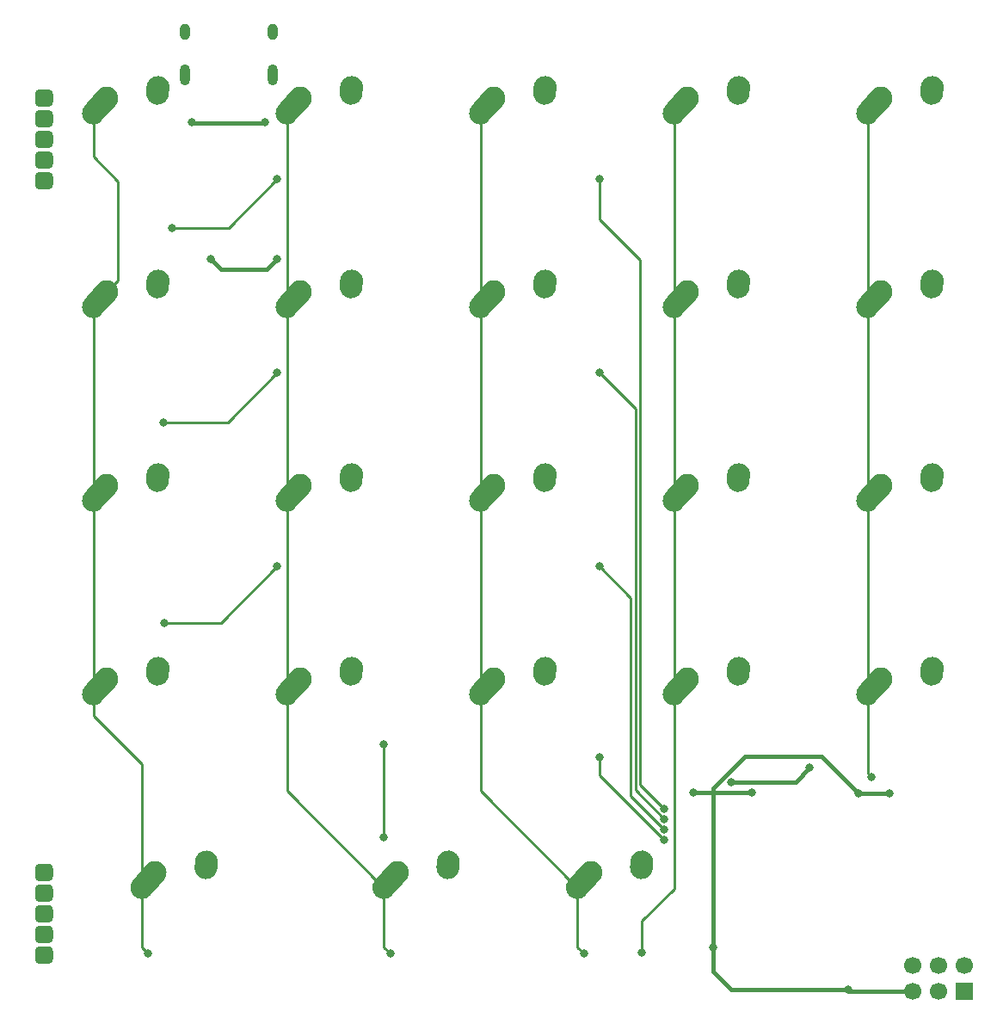
<source format=gtl>
%TF.GenerationSoftware,KiCad,Pcbnew,(5.1.12)-1*%
%TF.CreationDate,2022-01-06T16:35:48-05:00*%
%TF.ProjectId,gasket-2,6761736b-6574-42d3-922e-6b696361645f,rev?*%
%TF.SameCoordinates,Original*%
%TF.FileFunction,Copper,L1,Top*%
%TF.FilePolarity,Positive*%
%FSLAX46Y46*%
G04 Gerber Fmt 4.6, Leading zero omitted, Abs format (unit mm)*
G04 Created by KiCad (PCBNEW (5.1.12)-1) date 2022-01-06 16:35:48*
%MOMM*%
%LPD*%
G01*
G04 APERTURE LIST*
%TA.AperFunction,ComponentPad*%
%ADD10C,2.250000*%
%TD*%
%TA.AperFunction,ComponentPad*%
%ADD11O,1.000000X2.100000*%
%TD*%
%TA.AperFunction,ComponentPad*%
%ADD12O,1.000000X1.600000*%
%TD*%
%TA.AperFunction,ComponentPad*%
%ADD13R,1.700000X1.700000*%
%TD*%
%TA.AperFunction,ComponentPad*%
%ADD14C,1.700000*%
%TD*%
%TA.AperFunction,ViaPad*%
%ADD15C,0.800000*%
%TD*%
%TA.AperFunction,Conductor*%
%ADD16C,0.381000*%
%TD*%
%TA.AperFunction,Conductor*%
%ADD17C,0.254000*%
%TD*%
G04 APERTURE END LIST*
D10*
%TO.P,MX25,1*%
%TO.N,COL5*%
X123706250Y-46006250D03*
%TA.AperFunction,ComponentPad*%
G36*
G01*
X121644938Y-48303600D02*
X121644933Y-48303595D01*
G75*
G02*
X121558905Y-46714933I751317J837345D01*
G01*
X122868907Y-45254933D01*
G75*
G02*
X124457569Y-45168905I837345J-751317D01*
G01*
X124457569Y-45168905D01*
G75*
G02*
X124543597Y-46757567I-751317J-837345D01*
G01*
X123233595Y-48217567D01*
G75*
G02*
X121644933Y-48303595I-837345J751317D01*
G01*
G37*
%TD.AperFunction*%
%TO.P,MX25,2*%
%TO.N,Net-(D25-Pad2)*%
X128746250Y-44926250D03*
%TA.AperFunction,ComponentPad*%
G36*
G01*
X128629733Y-46628645D02*
X128628847Y-46628584D01*
G75*
G02*
X127583916Y-45428847I77403J1122334D01*
G01*
X127623916Y-44848847D01*
G75*
G02*
X128823653Y-43803916I1122334J-77403D01*
G01*
X128823653Y-43803916D01*
G75*
G02*
X129868584Y-45003653I-77403J-1122334D01*
G01*
X129828584Y-45583653D01*
G75*
G02*
X128628847Y-46628584I-1122334J77403D01*
G01*
G37*
%TD.AperFunction*%
%TD*%
%TO.P,MX26,1*%
%TO.N,COL5*%
X123706250Y-65056250D03*
%TA.AperFunction,ComponentPad*%
G36*
G01*
X121644938Y-67353600D02*
X121644933Y-67353595D01*
G75*
G02*
X121558905Y-65764933I751317J837345D01*
G01*
X122868907Y-64304933D01*
G75*
G02*
X124457569Y-64218905I837345J-751317D01*
G01*
X124457569Y-64218905D01*
G75*
G02*
X124543597Y-65807567I-751317J-837345D01*
G01*
X123233595Y-67267567D01*
G75*
G02*
X121644933Y-67353595I-837345J751317D01*
G01*
G37*
%TD.AperFunction*%
%TO.P,MX26,2*%
%TO.N,Net-(D26-Pad2)*%
X128746250Y-63976250D03*
%TA.AperFunction,ComponentPad*%
G36*
G01*
X128629733Y-65678645D02*
X128628847Y-65678584D01*
G75*
G02*
X127583916Y-64478847I77403J1122334D01*
G01*
X127623916Y-63898847D01*
G75*
G02*
X128823653Y-62853916I1122334J-77403D01*
G01*
X128823653Y-62853916D01*
G75*
G02*
X129868584Y-64053653I-77403J-1122334D01*
G01*
X129828584Y-64633653D01*
G75*
G02*
X128628847Y-65678584I-1122334J77403D01*
G01*
G37*
%TD.AperFunction*%
%TD*%
%TO.P,M2,5*%
%TO.N,COL4*%
%TA.AperFunction,ComponentPad*%
G36*
G01*
X118418300Y-102685850D02*
X118418300Y-103562150D01*
G75*
G02*
X117980150Y-104000300I-438150J0D01*
G01*
X117103850Y-104000300D01*
G75*
G02*
X116665700Y-103562150I0J438150D01*
G01*
X116665700Y-102685850D01*
G75*
G02*
X117103850Y-102247700I438150J0D01*
G01*
X117980150Y-102247700D01*
G75*
G02*
X118418300Y-102685850I0J-438150D01*
G01*
G37*
%TD.AperFunction*%
%TO.P,M2,4*%
%TO.N,COL3*%
%TA.AperFunction,ComponentPad*%
G36*
G01*
X118418300Y-104717850D02*
X118418300Y-105594150D01*
G75*
G02*
X117980150Y-106032300I-438150J0D01*
G01*
X117103850Y-106032300D01*
G75*
G02*
X116665700Y-105594150I0J438150D01*
G01*
X116665700Y-104717850D01*
G75*
G02*
X117103850Y-104279700I438150J0D01*
G01*
X117980150Y-104279700D01*
G75*
G02*
X118418300Y-104717850I0J-438150D01*
G01*
G37*
%TD.AperFunction*%
%TO.P,M2,3*%
%TO.N,COL2*%
%TA.AperFunction,ComponentPad*%
G36*
G01*
X118418300Y-106749850D02*
X118418300Y-107626150D01*
G75*
G02*
X117980150Y-108064300I-438150J0D01*
G01*
X117103850Y-108064300D01*
G75*
G02*
X116665700Y-107626150I0J438150D01*
G01*
X116665700Y-106749850D01*
G75*
G02*
X117103850Y-106311700I438150J0D01*
G01*
X117980150Y-106311700D01*
G75*
G02*
X118418300Y-106749850I0J-438150D01*
G01*
G37*
%TD.AperFunction*%
%TO.P,M2,2*%
%TO.N,COL1*%
%TA.AperFunction,ComponentPad*%
G36*
G01*
X118418300Y-108781850D02*
X118418300Y-109658150D01*
G75*
G02*
X117980150Y-110096300I-438150J0D01*
G01*
X117103850Y-110096300D01*
G75*
G02*
X116665700Y-109658150I0J438150D01*
G01*
X116665700Y-108781850D01*
G75*
G02*
X117103850Y-108343700I438150J0D01*
G01*
X117980150Y-108343700D01*
G75*
G02*
X118418300Y-108781850I0J-438150D01*
G01*
G37*
%TD.AperFunction*%
%TO.P,M2,1*%
%TO.N,COL0*%
%TA.AperFunction,ComponentPad*%
G36*
G01*
X118418300Y-110813850D02*
X118418300Y-111690150D01*
G75*
G02*
X117980150Y-112128300I-438150J0D01*
G01*
X117103850Y-112128300D01*
G75*
G02*
X116665700Y-111690150I0J438150D01*
G01*
X116665700Y-110813850D01*
G75*
G02*
X117103850Y-110375700I438150J0D01*
G01*
X117980150Y-110375700D01*
G75*
G02*
X118418300Y-110813850I0J-438150D01*
G01*
G37*
%TD.AperFunction*%
%TD*%
%TO.P,M1,5*%
%TO.N,ROW4*%
%TA.AperFunction,ComponentPad*%
G36*
G01*
X116663700Y-35490150D02*
X116663700Y-34613850D01*
G75*
G02*
X117101850Y-34175700I438150J0D01*
G01*
X117978150Y-34175700D01*
G75*
G02*
X118416300Y-34613850I0J-438150D01*
G01*
X118416300Y-35490150D01*
G75*
G02*
X117978150Y-35928300I-438150J0D01*
G01*
X117101850Y-35928300D01*
G75*
G02*
X116663700Y-35490150I0J438150D01*
G01*
G37*
%TD.AperFunction*%
%TO.P,M1,4*%
%TO.N,ROW3*%
%TA.AperFunction,ComponentPad*%
G36*
G01*
X116663700Y-33458150D02*
X116663700Y-32581850D01*
G75*
G02*
X117101850Y-32143700I438150J0D01*
G01*
X117978150Y-32143700D01*
G75*
G02*
X118416300Y-32581850I0J-438150D01*
G01*
X118416300Y-33458150D01*
G75*
G02*
X117978150Y-33896300I-438150J0D01*
G01*
X117101850Y-33896300D01*
G75*
G02*
X116663700Y-33458150I0J438150D01*
G01*
G37*
%TD.AperFunction*%
%TO.P,M1,3*%
%TO.N,ROW2*%
%TA.AperFunction,ComponentPad*%
G36*
G01*
X116663700Y-31426150D02*
X116663700Y-30549850D01*
G75*
G02*
X117101850Y-30111700I438150J0D01*
G01*
X117978150Y-30111700D01*
G75*
G02*
X118416300Y-30549850I0J-438150D01*
G01*
X118416300Y-31426150D01*
G75*
G02*
X117978150Y-31864300I-438150J0D01*
G01*
X117101850Y-31864300D01*
G75*
G02*
X116663700Y-31426150I0J438150D01*
G01*
G37*
%TD.AperFunction*%
%TO.P,M1,2*%
%TO.N,ROW1*%
%TA.AperFunction,ComponentPad*%
G36*
G01*
X116663700Y-29394150D02*
X116663700Y-28517850D01*
G75*
G02*
X117101850Y-28079700I438150J0D01*
G01*
X117978150Y-28079700D01*
G75*
G02*
X118416300Y-28517850I0J-438150D01*
G01*
X118416300Y-29394150D01*
G75*
G02*
X117978150Y-29832300I-438150J0D01*
G01*
X117101850Y-29832300D01*
G75*
G02*
X116663700Y-29394150I0J438150D01*
G01*
G37*
%TD.AperFunction*%
%TO.P,M1,1*%
%TO.N,ROW0*%
%TA.AperFunction,ComponentPad*%
G36*
G01*
X116663700Y-27362150D02*
X116663700Y-26485850D01*
G75*
G02*
X117101850Y-26047700I438150J0D01*
G01*
X117978150Y-26047700D01*
G75*
G02*
X118416300Y-26485850I0J-438150D01*
G01*
X118416300Y-27362150D01*
G75*
G02*
X117978150Y-27800300I-438150J0D01*
G01*
X117101850Y-27800300D01*
G75*
G02*
X116663700Y-27362150I0J438150D01*
G01*
G37*
%TD.AperFunction*%
%TD*%
%TO.P,MX24,1*%
%TO.N,COL5*%
X123706250Y-26956250D03*
%TA.AperFunction,ComponentPad*%
G36*
G01*
X121644938Y-29253600D02*
X121644933Y-29253595D01*
G75*
G02*
X121558905Y-27664933I751317J837345D01*
G01*
X122868907Y-26204933D01*
G75*
G02*
X124457569Y-26118905I837345J-751317D01*
G01*
X124457569Y-26118905D01*
G75*
G02*
X124543597Y-27707567I-751317J-837345D01*
G01*
X123233595Y-29167567D01*
G75*
G02*
X121644933Y-29253595I-837345J751317D01*
G01*
G37*
%TD.AperFunction*%
%TO.P,MX24,2*%
%TO.N,Net-(D24-Pad2)*%
X128746250Y-25876250D03*
%TA.AperFunction,ComponentPad*%
G36*
G01*
X128629733Y-27578645D02*
X128628847Y-27578584D01*
G75*
G02*
X127583916Y-26378847I77403J1122334D01*
G01*
X127623916Y-25798847D01*
G75*
G02*
X128823653Y-24753916I1122334J-77403D01*
G01*
X128823653Y-24753916D01*
G75*
G02*
X129868584Y-25953653I-77403J-1122334D01*
G01*
X129828584Y-26533653D01*
G75*
G02*
X128628847Y-27578584I-1122334J77403D01*
G01*
G37*
%TD.AperFunction*%
%TD*%
%TO.P,MX46,1*%
%TO.N,COL9*%
X199906250Y-84106250D03*
%TA.AperFunction,ComponentPad*%
G36*
G01*
X197844938Y-86403600D02*
X197844933Y-86403595D01*
G75*
G02*
X197758905Y-84814933I751317J837345D01*
G01*
X199068907Y-83354933D01*
G75*
G02*
X200657569Y-83268905I837345J-751317D01*
G01*
X200657569Y-83268905D01*
G75*
G02*
X200743597Y-84857567I-751317J-837345D01*
G01*
X199433595Y-86317567D01*
G75*
G02*
X197844933Y-86403595I-837345J751317D01*
G01*
G37*
%TD.AperFunction*%
%TO.P,MX46,2*%
%TO.N,Net-(D46-Pad2)*%
X204946250Y-83026250D03*
%TA.AperFunction,ComponentPad*%
G36*
G01*
X204829733Y-84728645D02*
X204828847Y-84728584D01*
G75*
G02*
X203783916Y-83528847I77403J1122334D01*
G01*
X203823916Y-82948847D01*
G75*
G02*
X205023653Y-81903916I1122334J-77403D01*
G01*
X205023653Y-81903916D01*
G75*
G02*
X206068584Y-83103653I-77403J-1122334D01*
G01*
X206028584Y-83683653D01*
G75*
G02*
X204828847Y-84728584I-1122334J77403D01*
G01*
G37*
%TD.AperFunction*%
%TD*%
%TO.P,MX42,1*%
%TO.N,COL8*%
X180856250Y-84106250D03*
%TA.AperFunction,ComponentPad*%
G36*
G01*
X178794938Y-86403600D02*
X178794933Y-86403595D01*
G75*
G02*
X178708905Y-84814933I751317J837345D01*
G01*
X180018907Y-83354933D01*
G75*
G02*
X181607569Y-83268905I837345J-751317D01*
G01*
X181607569Y-83268905D01*
G75*
G02*
X181693597Y-84857567I-751317J-837345D01*
G01*
X180383595Y-86317567D01*
G75*
G02*
X178794933Y-86403595I-837345J751317D01*
G01*
G37*
%TD.AperFunction*%
%TO.P,MX42,2*%
%TO.N,Net-(D42-Pad2)*%
X185896250Y-83026250D03*
%TA.AperFunction,ComponentPad*%
G36*
G01*
X185779733Y-84728645D02*
X185778847Y-84728584D01*
G75*
G02*
X184733916Y-83528847I77403J1122334D01*
G01*
X184773916Y-82948847D01*
G75*
G02*
X185973653Y-81903916I1122334J-77403D01*
G01*
X185973653Y-81903916D01*
G75*
G02*
X187018584Y-83103653I-77403J-1122334D01*
G01*
X186978584Y-83683653D01*
G75*
G02*
X185778847Y-84728584I-1122334J77403D01*
G01*
G37*
%TD.AperFunction*%
%TD*%
%TO.P,MX39,1*%
%TO.N,COL8*%
X180856250Y-26956250D03*
%TA.AperFunction,ComponentPad*%
G36*
G01*
X178794938Y-29253600D02*
X178794933Y-29253595D01*
G75*
G02*
X178708905Y-27664933I751317J837345D01*
G01*
X180018907Y-26204933D01*
G75*
G02*
X181607569Y-26118905I837345J-751317D01*
G01*
X181607569Y-26118905D01*
G75*
G02*
X181693597Y-27707567I-751317J-837345D01*
G01*
X180383595Y-29167567D01*
G75*
G02*
X178794933Y-29253595I-837345J751317D01*
G01*
G37*
%TD.AperFunction*%
%TO.P,MX39,2*%
%TO.N,Net-(D39-Pad2)*%
X185896250Y-25876250D03*
%TA.AperFunction,ComponentPad*%
G36*
G01*
X185779733Y-27578645D02*
X185778847Y-27578584D01*
G75*
G02*
X184733916Y-26378847I77403J1122334D01*
G01*
X184773916Y-25798847D01*
G75*
G02*
X185973653Y-24753916I1122334J-77403D01*
G01*
X185973653Y-24753916D01*
G75*
G02*
X187018584Y-25953653I-77403J-1122334D01*
G01*
X186978584Y-26533653D01*
G75*
G02*
X185778847Y-27578584I-1122334J77403D01*
G01*
G37*
%TD.AperFunction*%
%TD*%
D11*
%TO.P,USB1,13*%
%TO.N,Earth*%
X131411250Y-24606250D03*
X140051250Y-24606250D03*
D12*
X131411250Y-20426250D03*
X140051250Y-20426250D03*
%TD*%
D10*
%TO.P,MX45,1*%
%TO.N,COL9*%
X199906250Y-65056250D03*
%TA.AperFunction,ComponentPad*%
G36*
G01*
X197844938Y-67353600D02*
X197844933Y-67353595D01*
G75*
G02*
X197758905Y-65764933I751317J837345D01*
G01*
X199068907Y-64304933D01*
G75*
G02*
X200657569Y-64218905I837345J-751317D01*
G01*
X200657569Y-64218905D01*
G75*
G02*
X200743597Y-65807567I-751317J-837345D01*
G01*
X199433595Y-67267567D01*
G75*
G02*
X197844933Y-67353595I-837345J751317D01*
G01*
G37*
%TD.AperFunction*%
%TO.P,MX45,2*%
%TO.N,Net-(D45-Pad2)*%
X204946250Y-63976250D03*
%TA.AperFunction,ComponentPad*%
G36*
G01*
X204829733Y-65678645D02*
X204828847Y-65678584D01*
G75*
G02*
X203783916Y-64478847I77403J1122334D01*
G01*
X203823916Y-63898847D01*
G75*
G02*
X205023653Y-62853916I1122334J-77403D01*
G01*
X205023653Y-62853916D01*
G75*
G02*
X206068584Y-64053653I-77403J-1122334D01*
G01*
X206028584Y-64633653D01*
G75*
G02*
X204828847Y-65678584I-1122334J77403D01*
G01*
G37*
%TD.AperFunction*%
%TD*%
%TO.P,MX44,1*%
%TO.N,COL9*%
X199906250Y-46006250D03*
%TA.AperFunction,ComponentPad*%
G36*
G01*
X197844938Y-48303600D02*
X197844933Y-48303595D01*
G75*
G02*
X197758905Y-46714933I751317J837345D01*
G01*
X199068907Y-45254933D01*
G75*
G02*
X200657569Y-45168905I837345J-751317D01*
G01*
X200657569Y-45168905D01*
G75*
G02*
X200743597Y-46757567I-751317J-837345D01*
G01*
X199433595Y-48217567D01*
G75*
G02*
X197844933Y-48303595I-837345J751317D01*
G01*
G37*
%TD.AperFunction*%
%TO.P,MX44,2*%
%TO.N,Net-(D44-Pad2)*%
X204946250Y-44926250D03*
%TA.AperFunction,ComponentPad*%
G36*
G01*
X204829733Y-46628645D02*
X204828847Y-46628584D01*
G75*
G02*
X203783916Y-45428847I77403J1122334D01*
G01*
X203823916Y-44848847D01*
G75*
G02*
X205023653Y-43803916I1122334J-77403D01*
G01*
X205023653Y-43803916D01*
G75*
G02*
X206068584Y-45003653I-77403J-1122334D01*
G01*
X206028584Y-45583653D01*
G75*
G02*
X204828847Y-46628584I-1122334J77403D01*
G01*
G37*
%TD.AperFunction*%
%TD*%
%TO.P,MX43,1*%
%TO.N,COL9*%
X199906250Y-26956250D03*
%TA.AperFunction,ComponentPad*%
G36*
G01*
X197844938Y-29253600D02*
X197844933Y-29253595D01*
G75*
G02*
X197758905Y-27664933I751317J837345D01*
G01*
X199068907Y-26204933D01*
G75*
G02*
X200657569Y-26118905I837345J-751317D01*
G01*
X200657569Y-26118905D01*
G75*
G02*
X200743597Y-27707567I-751317J-837345D01*
G01*
X199433595Y-29167567D01*
G75*
G02*
X197844933Y-29253595I-837345J751317D01*
G01*
G37*
%TD.AperFunction*%
%TO.P,MX43,2*%
%TO.N,Net-(D43-Pad2)*%
X204946250Y-25876250D03*
%TA.AperFunction,ComponentPad*%
G36*
G01*
X204829733Y-27578645D02*
X204828847Y-27578584D01*
G75*
G02*
X203783916Y-26378847I77403J1122334D01*
G01*
X203823916Y-25798847D01*
G75*
G02*
X205023653Y-24753916I1122334J-77403D01*
G01*
X205023653Y-24753916D01*
G75*
G02*
X206068584Y-25953653I-77403J-1122334D01*
G01*
X206028584Y-26533653D01*
G75*
G02*
X204828847Y-27578584I-1122334J77403D01*
G01*
G37*
%TD.AperFunction*%
%TD*%
%TO.P,MX41,1*%
%TO.N,COL8*%
X180856250Y-65056250D03*
%TA.AperFunction,ComponentPad*%
G36*
G01*
X178794938Y-67353600D02*
X178794933Y-67353595D01*
G75*
G02*
X178708905Y-65764933I751317J837345D01*
G01*
X180018907Y-64304933D01*
G75*
G02*
X181607569Y-64218905I837345J-751317D01*
G01*
X181607569Y-64218905D01*
G75*
G02*
X181693597Y-65807567I-751317J-837345D01*
G01*
X180383595Y-67267567D01*
G75*
G02*
X178794933Y-67353595I-837345J751317D01*
G01*
G37*
%TD.AperFunction*%
%TO.P,MX41,2*%
%TO.N,Net-(D41-Pad2)*%
X185896250Y-63976250D03*
%TA.AperFunction,ComponentPad*%
G36*
G01*
X185779733Y-65678645D02*
X185778847Y-65678584D01*
G75*
G02*
X184733916Y-64478847I77403J1122334D01*
G01*
X184773916Y-63898847D01*
G75*
G02*
X185973653Y-62853916I1122334J-77403D01*
G01*
X185973653Y-62853916D01*
G75*
G02*
X187018584Y-64053653I-77403J-1122334D01*
G01*
X186978584Y-64633653D01*
G75*
G02*
X185778847Y-65678584I-1122334J77403D01*
G01*
G37*
%TD.AperFunction*%
%TD*%
%TO.P,MX40,1*%
%TO.N,COL8*%
X180856250Y-46006250D03*
%TA.AperFunction,ComponentPad*%
G36*
G01*
X178794938Y-48303600D02*
X178794933Y-48303595D01*
G75*
G02*
X178708905Y-46714933I751317J837345D01*
G01*
X180018907Y-45254933D01*
G75*
G02*
X181607569Y-45168905I837345J-751317D01*
G01*
X181607569Y-45168905D01*
G75*
G02*
X181693597Y-46757567I-751317J-837345D01*
G01*
X180383595Y-48217567D01*
G75*
G02*
X178794933Y-48303595I-837345J751317D01*
G01*
G37*
%TD.AperFunction*%
%TO.P,MX40,2*%
%TO.N,Net-(D40-Pad2)*%
X185896250Y-44926250D03*
%TA.AperFunction,ComponentPad*%
G36*
G01*
X185779733Y-46628645D02*
X185778847Y-46628584D01*
G75*
G02*
X184733916Y-45428847I77403J1122334D01*
G01*
X184773916Y-44848847D01*
G75*
G02*
X185973653Y-43803916I1122334J-77403D01*
G01*
X185973653Y-43803916D01*
G75*
G02*
X187018584Y-45003653I-77403J-1122334D01*
G01*
X186978584Y-45583653D01*
G75*
G02*
X185778847Y-46628584I-1122334J77403D01*
G01*
G37*
%TD.AperFunction*%
%TD*%
%TO.P,MX38,1*%
%TO.N,COL7*%
X171331250Y-103156250D03*
%TA.AperFunction,ComponentPad*%
G36*
G01*
X169269938Y-105453600D02*
X169269933Y-105453595D01*
G75*
G02*
X169183905Y-103864933I751317J837345D01*
G01*
X170493907Y-102404933D01*
G75*
G02*
X172082569Y-102318905I837345J-751317D01*
G01*
X172082569Y-102318905D01*
G75*
G02*
X172168597Y-103907567I-751317J-837345D01*
G01*
X170858595Y-105367567D01*
G75*
G02*
X169269933Y-105453595I-837345J751317D01*
G01*
G37*
%TD.AperFunction*%
%TO.P,MX38,2*%
%TO.N,Net-(D38-Pad2)*%
X176371250Y-102076250D03*
%TA.AperFunction,ComponentPad*%
G36*
G01*
X176254733Y-103778645D02*
X176253847Y-103778584D01*
G75*
G02*
X175208916Y-102578847I77403J1122334D01*
G01*
X175248916Y-101998847D01*
G75*
G02*
X176448653Y-100953916I1122334J-77403D01*
G01*
X176448653Y-100953916D01*
G75*
G02*
X177493584Y-102153653I-77403J-1122334D01*
G01*
X177453584Y-102733653D01*
G75*
G02*
X176253847Y-103778584I-1122334J77403D01*
G01*
G37*
%TD.AperFunction*%
%TD*%
%TO.P,MX37,1*%
%TO.N,COL7*%
X161806250Y-84106250D03*
%TA.AperFunction,ComponentPad*%
G36*
G01*
X159744938Y-86403600D02*
X159744933Y-86403595D01*
G75*
G02*
X159658905Y-84814933I751317J837345D01*
G01*
X160968907Y-83354933D01*
G75*
G02*
X162557569Y-83268905I837345J-751317D01*
G01*
X162557569Y-83268905D01*
G75*
G02*
X162643597Y-84857567I-751317J-837345D01*
G01*
X161333595Y-86317567D01*
G75*
G02*
X159744933Y-86403595I-837345J751317D01*
G01*
G37*
%TD.AperFunction*%
%TO.P,MX37,2*%
%TO.N,Net-(D37-Pad2)*%
X166846250Y-83026250D03*
%TA.AperFunction,ComponentPad*%
G36*
G01*
X166729733Y-84728645D02*
X166728847Y-84728584D01*
G75*
G02*
X165683916Y-83528847I77403J1122334D01*
G01*
X165723916Y-82948847D01*
G75*
G02*
X166923653Y-81903916I1122334J-77403D01*
G01*
X166923653Y-81903916D01*
G75*
G02*
X167968584Y-83103653I-77403J-1122334D01*
G01*
X167928584Y-83683653D01*
G75*
G02*
X166728847Y-84728584I-1122334J77403D01*
G01*
G37*
%TD.AperFunction*%
%TD*%
%TO.P,MX36,1*%
%TO.N,COL7*%
X161806250Y-65056250D03*
%TA.AperFunction,ComponentPad*%
G36*
G01*
X159744938Y-67353600D02*
X159744933Y-67353595D01*
G75*
G02*
X159658905Y-65764933I751317J837345D01*
G01*
X160968907Y-64304933D01*
G75*
G02*
X162557569Y-64218905I837345J-751317D01*
G01*
X162557569Y-64218905D01*
G75*
G02*
X162643597Y-65807567I-751317J-837345D01*
G01*
X161333595Y-67267567D01*
G75*
G02*
X159744933Y-67353595I-837345J751317D01*
G01*
G37*
%TD.AperFunction*%
%TO.P,MX36,2*%
%TO.N,Net-(D36-Pad2)*%
X166846250Y-63976250D03*
%TA.AperFunction,ComponentPad*%
G36*
G01*
X166729733Y-65678645D02*
X166728847Y-65678584D01*
G75*
G02*
X165683916Y-64478847I77403J1122334D01*
G01*
X165723916Y-63898847D01*
G75*
G02*
X166923653Y-62853916I1122334J-77403D01*
G01*
X166923653Y-62853916D01*
G75*
G02*
X167968584Y-64053653I-77403J-1122334D01*
G01*
X167928584Y-64633653D01*
G75*
G02*
X166728847Y-65678584I-1122334J77403D01*
G01*
G37*
%TD.AperFunction*%
%TD*%
%TO.P,MX35,1*%
%TO.N,COL7*%
X161806250Y-46006250D03*
%TA.AperFunction,ComponentPad*%
G36*
G01*
X159744938Y-48303600D02*
X159744933Y-48303595D01*
G75*
G02*
X159658905Y-46714933I751317J837345D01*
G01*
X160968907Y-45254933D01*
G75*
G02*
X162557569Y-45168905I837345J-751317D01*
G01*
X162557569Y-45168905D01*
G75*
G02*
X162643597Y-46757567I-751317J-837345D01*
G01*
X161333595Y-48217567D01*
G75*
G02*
X159744933Y-48303595I-837345J751317D01*
G01*
G37*
%TD.AperFunction*%
%TO.P,MX35,2*%
%TO.N,Net-(D35-Pad2)*%
X166846250Y-44926250D03*
%TA.AperFunction,ComponentPad*%
G36*
G01*
X166729733Y-46628645D02*
X166728847Y-46628584D01*
G75*
G02*
X165683916Y-45428847I77403J1122334D01*
G01*
X165723916Y-44848847D01*
G75*
G02*
X166923653Y-43803916I1122334J-77403D01*
G01*
X166923653Y-43803916D01*
G75*
G02*
X167968584Y-45003653I-77403J-1122334D01*
G01*
X167928584Y-45583653D01*
G75*
G02*
X166728847Y-46628584I-1122334J77403D01*
G01*
G37*
%TD.AperFunction*%
%TD*%
%TO.P,MX34,1*%
%TO.N,COL7*%
X161806250Y-26956250D03*
%TA.AperFunction,ComponentPad*%
G36*
G01*
X159744938Y-29253600D02*
X159744933Y-29253595D01*
G75*
G02*
X159658905Y-27664933I751317J837345D01*
G01*
X160968907Y-26204933D01*
G75*
G02*
X162557569Y-26118905I837345J-751317D01*
G01*
X162557569Y-26118905D01*
G75*
G02*
X162643597Y-27707567I-751317J-837345D01*
G01*
X161333595Y-29167567D01*
G75*
G02*
X159744933Y-29253595I-837345J751317D01*
G01*
G37*
%TD.AperFunction*%
%TO.P,MX34,2*%
%TO.N,Net-(D34-Pad2)*%
X166846250Y-25876250D03*
%TA.AperFunction,ComponentPad*%
G36*
G01*
X166729733Y-27578645D02*
X166728847Y-27578584D01*
G75*
G02*
X165683916Y-26378847I77403J1122334D01*
G01*
X165723916Y-25798847D01*
G75*
G02*
X166923653Y-24753916I1122334J-77403D01*
G01*
X166923653Y-24753916D01*
G75*
G02*
X167968584Y-25953653I-77403J-1122334D01*
G01*
X167928584Y-26533653D01*
G75*
G02*
X166728847Y-27578584I-1122334J77403D01*
G01*
G37*
%TD.AperFunction*%
%TD*%
%TO.P,MX33,1*%
%TO.N,COL6*%
X152281250Y-103156250D03*
%TA.AperFunction,ComponentPad*%
G36*
G01*
X150219938Y-105453600D02*
X150219933Y-105453595D01*
G75*
G02*
X150133905Y-103864933I751317J837345D01*
G01*
X151443907Y-102404933D01*
G75*
G02*
X153032569Y-102318905I837345J-751317D01*
G01*
X153032569Y-102318905D01*
G75*
G02*
X153118597Y-103907567I-751317J-837345D01*
G01*
X151808595Y-105367567D01*
G75*
G02*
X150219933Y-105453595I-837345J751317D01*
G01*
G37*
%TD.AperFunction*%
%TO.P,MX33,2*%
%TO.N,Net-(D33-Pad2)*%
X157321250Y-102076250D03*
%TA.AperFunction,ComponentPad*%
G36*
G01*
X157204733Y-103778645D02*
X157203847Y-103778584D01*
G75*
G02*
X156158916Y-102578847I77403J1122334D01*
G01*
X156198916Y-101998847D01*
G75*
G02*
X157398653Y-100953916I1122334J-77403D01*
G01*
X157398653Y-100953916D01*
G75*
G02*
X158443584Y-102153653I-77403J-1122334D01*
G01*
X158403584Y-102733653D01*
G75*
G02*
X157203847Y-103778584I-1122334J77403D01*
G01*
G37*
%TD.AperFunction*%
%TD*%
%TO.P,MX32,1*%
%TO.N,COL6*%
X142756250Y-84106250D03*
%TA.AperFunction,ComponentPad*%
G36*
G01*
X140694938Y-86403600D02*
X140694933Y-86403595D01*
G75*
G02*
X140608905Y-84814933I751317J837345D01*
G01*
X141918907Y-83354933D01*
G75*
G02*
X143507569Y-83268905I837345J-751317D01*
G01*
X143507569Y-83268905D01*
G75*
G02*
X143593597Y-84857567I-751317J-837345D01*
G01*
X142283595Y-86317567D01*
G75*
G02*
X140694933Y-86403595I-837345J751317D01*
G01*
G37*
%TD.AperFunction*%
%TO.P,MX32,2*%
%TO.N,Net-(D32-Pad2)*%
X147796250Y-83026250D03*
%TA.AperFunction,ComponentPad*%
G36*
G01*
X147679733Y-84728645D02*
X147678847Y-84728584D01*
G75*
G02*
X146633916Y-83528847I77403J1122334D01*
G01*
X146673916Y-82948847D01*
G75*
G02*
X147873653Y-81903916I1122334J-77403D01*
G01*
X147873653Y-81903916D01*
G75*
G02*
X148918584Y-83103653I-77403J-1122334D01*
G01*
X148878584Y-83683653D01*
G75*
G02*
X147678847Y-84728584I-1122334J77403D01*
G01*
G37*
%TD.AperFunction*%
%TD*%
%TO.P,MX31,1*%
%TO.N,COL6*%
X142756250Y-65056250D03*
%TA.AperFunction,ComponentPad*%
G36*
G01*
X140694938Y-67353600D02*
X140694933Y-67353595D01*
G75*
G02*
X140608905Y-65764933I751317J837345D01*
G01*
X141918907Y-64304933D01*
G75*
G02*
X143507569Y-64218905I837345J-751317D01*
G01*
X143507569Y-64218905D01*
G75*
G02*
X143593597Y-65807567I-751317J-837345D01*
G01*
X142283595Y-67267567D01*
G75*
G02*
X140694933Y-67353595I-837345J751317D01*
G01*
G37*
%TD.AperFunction*%
%TO.P,MX31,2*%
%TO.N,Net-(D31-Pad2)*%
X147796250Y-63976250D03*
%TA.AperFunction,ComponentPad*%
G36*
G01*
X147679733Y-65678645D02*
X147678847Y-65678584D01*
G75*
G02*
X146633916Y-64478847I77403J1122334D01*
G01*
X146673916Y-63898847D01*
G75*
G02*
X147873653Y-62853916I1122334J-77403D01*
G01*
X147873653Y-62853916D01*
G75*
G02*
X148918584Y-64053653I-77403J-1122334D01*
G01*
X148878584Y-64633653D01*
G75*
G02*
X147678847Y-65678584I-1122334J77403D01*
G01*
G37*
%TD.AperFunction*%
%TD*%
%TO.P,MX30,1*%
%TO.N,COL6*%
X142756250Y-46006250D03*
%TA.AperFunction,ComponentPad*%
G36*
G01*
X140694938Y-48303600D02*
X140694933Y-48303595D01*
G75*
G02*
X140608905Y-46714933I751317J837345D01*
G01*
X141918907Y-45254933D01*
G75*
G02*
X143507569Y-45168905I837345J-751317D01*
G01*
X143507569Y-45168905D01*
G75*
G02*
X143593597Y-46757567I-751317J-837345D01*
G01*
X142283595Y-48217567D01*
G75*
G02*
X140694933Y-48303595I-837345J751317D01*
G01*
G37*
%TD.AperFunction*%
%TO.P,MX30,2*%
%TO.N,Net-(D30-Pad2)*%
X147796250Y-44926250D03*
%TA.AperFunction,ComponentPad*%
G36*
G01*
X147679733Y-46628645D02*
X147678847Y-46628584D01*
G75*
G02*
X146633916Y-45428847I77403J1122334D01*
G01*
X146673916Y-44848847D01*
G75*
G02*
X147873653Y-43803916I1122334J-77403D01*
G01*
X147873653Y-43803916D01*
G75*
G02*
X148918584Y-45003653I-77403J-1122334D01*
G01*
X148878584Y-45583653D01*
G75*
G02*
X147678847Y-46628584I-1122334J77403D01*
G01*
G37*
%TD.AperFunction*%
%TD*%
%TO.P,MX29,1*%
%TO.N,COL6*%
X142756250Y-26956250D03*
%TA.AperFunction,ComponentPad*%
G36*
G01*
X140694938Y-29253600D02*
X140694933Y-29253595D01*
G75*
G02*
X140608905Y-27664933I751317J837345D01*
G01*
X141918907Y-26204933D01*
G75*
G02*
X143507569Y-26118905I837345J-751317D01*
G01*
X143507569Y-26118905D01*
G75*
G02*
X143593597Y-27707567I-751317J-837345D01*
G01*
X142283595Y-29167567D01*
G75*
G02*
X140694933Y-29253595I-837345J751317D01*
G01*
G37*
%TD.AperFunction*%
%TO.P,MX29,2*%
%TO.N,Net-(D29-Pad2)*%
X147796250Y-25876250D03*
%TA.AperFunction,ComponentPad*%
G36*
G01*
X147679733Y-27578645D02*
X147678847Y-27578584D01*
G75*
G02*
X146633916Y-26378847I77403J1122334D01*
G01*
X146673916Y-25798847D01*
G75*
G02*
X147873653Y-24753916I1122334J-77403D01*
G01*
X147873653Y-24753916D01*
G75*
G02*
X148918584Y-25953653I-77403J-1122334D01*
G01*
X148878584Y-26533653D01*
G75*
G02*
X147678847Y-27578584I-1122334J77403D01*
G01*
G37*
%TD.AperFunction*%
%TD*%
%TO.P,MX28,1*%
%TO.N,COL5*%
X128468750Y-103156250D03*
%TA.AperFunction,ComponentPad*%
G36*
G01*
X126407438Y-105453600D02*
X126407433Y-105453595D01*
G75*
G02*
X126321405Y-103864933I751317J837345D01*
G01*
X127631407Y-102404933D01*
G75*
G02*
X129220069Y-102318905I837345J-751317D01*
G01*
X129220069Y-102318905D01*
G75*
G02*
X129306097Y-103907567I-751317J-837345D01*
G01*
X127996095Y-105367567D01*
G75*
G02*
X126407433Y-105453595I-837345J751317D01*
G01*
G37*
%TD.AperFunction*%
%TO.P,MX28,2*%
%TO.N,Net-(D28-Pad2)*%
X133508750Y-102076250D03*
%TA.AperFunction,ComponentPad*%
G36*
G01*
X133392233Y-103778645D02*
X133391347Y-103778584D01*
G75*
G02*
X132346416Y-102578847I77403J1122334D01*
G01*
X132386416Y-101998847D01*
G75*
G02*
X133586153Y-100953916I1122334J-77403D01*
G01*
X133586153Y-100953916D01*
G75*
G02*
X134631084Y-102153653I-77403J-1122334D01*
G01*
X134591084Y-102733653D01*
G75*
G02*
X133391347Y-103778584I-1122334J77403D01*
G01*
G37*
%TD.AperFunction*%
%TD*%
%TO.P,MX27,1*%
%TO.N,COL5*%
X123706250Y-84106250D03*
%TA.AperFunction,ComponentPad*%
G36*
G01*
X121644938Y-86403600D02*
X121644933Y-86403595D01*
G75*
G02*
X121558905Y-84814933I751317J837345D01*
G01*
X122868907Y-83354933D01*
G75*
G02*
X124457569Y-83268905I837345J-751317D01*
G01*
X124457569Y-83268905D01*
G75*
G02*
X124543597Y-84857567I-751317J-837345D01*
G01*
X123233595Y-86317567D01*
G75*
G02*
X121644933Y-86403595I-837345J751317D01*
G01*
G37*
%TD.AperFunction*%
%TO.P,MX27,2*%
%TO.N,Net-(D27-Pad2)*%
X128746250Y-83026250D03*
%TA.AperFunction,ComponentPad*%
G36*
G01*
X128629733Y-84728645D02*
X128628847Y-84728584D01*
G75*
G02*
X127583916Y-83528847I77403J1122334D01*
G01*
X127623916Y-82948847D01*
G75*
G02*
X128823653Y-81903916I1122334J-77403D01*
G01*
X128823653Y-81903916D01*
G75*
G02*
X129868584Y-83103653I-77403J-1122334D01*
G01*
X129828584Y-83683653D01*
G75*
G02*
X128628847Y-84728584I-1122334J77403D01*
G01*
G37*
%TD.AperFunction*%
%TD*%
D13*
%TO.P,J1,6*%
%TO.N,GND*%
X208121250Y-114776250D03*
D14*
%TO.P,J1,5*%
%TO.N,RST*%
X208121250Y-112236250D03*
%TO.P,J1,4*%
%TO.N,MOSI*%
X205581250Y-114776250D03*
%TO.P,J1,3*%
%TO.N,SCK*%
X205581250Y-112236250D03*
%TO.P,J1,2*%
%TO.N,+5V*%
X203041250Y-114776250D03*
%TO.P,J1,1*%
%TO.N,MISO*%
X203041250Y-112236250D03*
%TD*%
D15*
%TO.N,GND*%
X185166000Y-94234000D03*
X192913000Y-92837000D03*
X133985000Y-42799000D03*
X140462000Y-42799000D03*
%TO.N,+5V*%
X181483000Y-95250000D03*
X187198000Y-95250000D03*
X200787000Y-95377000D03*
X196723000Y-114681000D03*
X183388000Y-110490000D03*
X197739000Y-95377000D03*
%TO.N,ROW0*%
X172243750Y-34925000D03*
X178593750Y-96837500D03*
X140493750Y-34925000D03*
X130175000Y-39687500D03*
%TO.N,ROW1*%
X172243750Y-53975000D03*
X178560436Y-97836946D03*
X140493750Y-53975000D03*
X129247999Y-58870751D03*
%TO.N,ROW2*%
X172243750Y-73025000D03*
X178547176Y-98851820D03*
X140493750Y-73025000D03*
X129381250Y-78581250D03*
%TO.N,ROW3*%
X178541821Y-99874600D03*
X172243750Y-91785000D03*
X151003000Y-90551000D03*
X151003000Y-99695000D03*
%TO.N,VCC*%
X139319000Y-29305250D03*
X132080000Y-29305250D03*
%TO.N,COL5*%
X127793750Y-111125000D03*
%TO.N,COL6*%
X151606250Y-111125000D03*
%TO.N,COL7*%
X170656250Y-111125000D03*
%TO.N,COL8*%
X176403000Y-110998000D03*
%TO.N,COL9*%
X199009000Y-93726000D03*
%TD*%
D16*
%TO.N,GND*%
X191516000Y-94234000D02*
X192913000Y-92837000D01*
X185166000Y-94234000D02*
X191516000Y-94234000D01*
X133985000Y-42799000D02*
X135001000Y-43815000D01*
X139446000Y-43815000D02*
X140462000Y-42799000D01*
X135001000Y-43815000D02*
X139446000Y-43815000D01*
%TO.N,+5V*%
X186817000Y-114681000D02*
X185166000Y-114681000D01*
X185166000Y-114681000D02*
X183388000Y-112903000D01*
X183388000Y-95250000D02*
X187198000Y-95250000D01*
X181483000Y-95250000D02*
X183388000Y-95250000D01*
X183388000Y-112903000D02*
X183388000Y-110490000D01*
X183388000Y-110490000D02*
X183388000Y-95250000D01*
X196723000Y-114681000D02*
X186817000Y-114681000D01*
X197739000Y-95377000D02*
X200787000Y-95377000D01*
X196818250Y-114776250D02*
X196723000Y-114681000D01*
X203041250Y-114776250D02*
X196818250Y-114776250D01*
X183388000Y-94842058D02*
X186536058Y-91694000D01*
X183388000Y-95250000D02*
X183388000Y-94842058D01*
X194056000Y-91694000D02*
X197739000Y-95377000D01*
X186536058Y-91694000D02*
X194056000Y-91694000D01*
D17*
%TO.N,ROW0*%
X172243750Y-34925000D02*
X172243750Y-38893750D01*
X172243750Y-38893750D02*
X176212500Y-42862500D01*
X176212500Y-94456250D02*
X178593750Y-96837500D01*
X176212500Y-42862500D02*
X176212500Y-94456250D01*
X135731250Y-39687500D02*
X140493750Y-34925000D01*
X130175000Y-39687500D02*
X135731250Y-39687500D01*
%TO.N,ROW1*%
X172243750Y-53975000D02*
X175418750Y-57150000D01*
X175418750Y-57150000D02*
X175758490Y-57489740D01*
X175758490Y-95035000D02*
X178560436Y-97836946D01*
X175758490Y-57489740D02*
X175758490Y-95035000D01*
X135597999Y-58870751D02*
X140493750Y-53975000D01*
X129247999Y-58870751D02*
X135597999Y-58870751D01*
%TO.N,ROW2*%
X172243750Y-73025000D02*
X175304480Y-76085730D01*
X175304480Y-95609124D02*
X178547176Y-98851820D01*
X175304480Y-76085730D02*
X175304480Y-95609124D01*
X134937500Y-78581250D02*
X129381250Y-78581250D01*
X140493750Y-73025000D02*
X134937500Y-78581250D01*
%TO.N,ROW3*%
X172243750Y-91785000D02*
X172243750Y-93576529D01*
X172243750Y-93576529D02*
X178541821Y-99874600D01*
X151003000Y-90551000D02*
X151003000Y-99695000D01*
D16*
%TO.N,VCC*%
X132080000Y-29368750D02*
X139319000Y-29368750D01*
D17*
%TO.N,COL5*%
X122396250Y-28416250D02*
X122396250Y-32702500D01*
X124831249Y-44881251D02*
X123706250Y-46006250D01*
X124831249Y-35137499D02*
X124831249Y-44881251D01*
X122396250Y-32702500D02*
X124831249Y-35137499D01*
X122396250Y-68897500D02*
X122396250Y-85566250D01*
X122396250Y-47466250D02*
X122396250Y-68897500D01*
X127158750Y-92493684D02*
X127158750Y-104616250D01*
X122396250Y-87731184D02*
X127158750Y-92493684D01*
X122396250Y-85566250D02*
X122396250Y-87731184D01*
X127158750Y-110490000D02*
X127793750Y-111125000D01*
X127158750Y-104616250D02*
X127158750Y-110490000D01*
%TO.N,COL6*%
X141446250Y-95091250D02*
X150971250Y-104616250D01*
X141446250Y-28416250D02*
X141446250Y-95091250D01*
X150971250Y-104616250D02*
X150971250Y-110490000D01*
X150971250Y-110490000D02*
X151606250Y-111125000D01*
%TO.N,COL7*%
X160496250Y-95091250D02*
X170021250Y-104616250D01*
X160496250Y-28416250D02*
X160496250Y-95091250D01*
X170021250Y-104616250D02*
X170021250Y-110490000D01*
X170021250Y-110490000D02*
X170656250Y-111125000D01*
%TO.N,COL8*%
X179546250Y-52228750D02*
X179546250Y-28416250D01*
X179546250Y-85566250D02*
X179546250Y-52228750D01*
X176403000Y-107885538D02*
X176403000Y-110998000D01*
X179546250Y-104742288D02*
X176403000Y-107885538D01*
X179546250Y-85566250D02*
X179546250Y-104742288D01*
%TO.N,COL9*%
X198596250Y-28416250D02*
X198596250Y-85566250D01*
X198596250Y-93313250D02*
X199009000Y-93726000D01*
X198596250Y-85566250D02*
X198596250Y-93313250D01*
%TD*%
M02*

</source>
